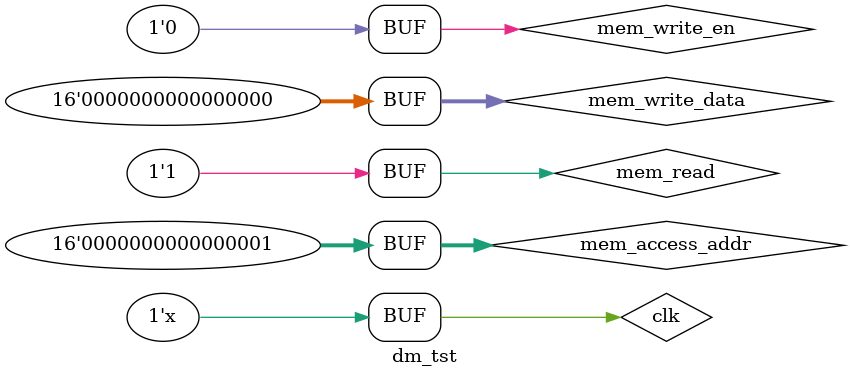
<source format=v>
`timescale 1ns / 1ps


module dm_tst;

	// Inputs
	reg clk;
	reg [15:0] mem_access_addr;
	reg [15:0] mem_write_data;
	reg mem_write_en;
	reg mem_read;

	// Outputs
	wire [15:0] mem_read_data;

	// Instantiate the Unit Under Test (UUT)
	DataMem uut (
		.clk(clk), 
		.mem_access_addr(mem_access_addr), 
		.mem_write_data(mem_write_data), 
		.mem_write_en(mem_write_en), 
		.mem_read(mem_read), 
		.mem_read_data(mem_read_data)
	);

	initial begin
		// Initialize Inputs
		clk = 1;
		mem_access_addr = 0;
		mem_write_data = 0;
		mem_write_en = 0;
		mem_read = 0;

		
		#100;
		
		mem_access_addr = 1;
		mem_write_data = 2;
		mem_write_en = 1;
		mem_read = 0;

		
		#100;

		mem_access_addr = 1;
		mem_write_data = 0;
		mem_write_en = 0;
		mem_read = 1;

		
		#100;
        
		// Add stimulus here

	end
	always #50 clk = ~clk; 
      
endmodule


</source>
